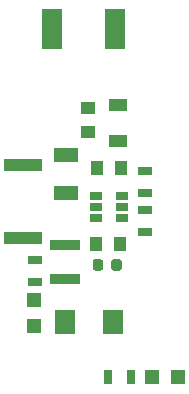
<source format=gbp>
G04 #@! TF.GenerationSoftware,KiCad,Pcbnew,(5.1.4-0-10_14)*
G04 #@! TF.CreationDate,2020-01-14T22:28:18-05:00*
G04 #@! TF.ProjectId,throttle,7468726f-7474-46c6-952e-6b696361645f,rev?*
G04 #@! TF.SameCoordinates,Original*
G04 #@! TF.FileFunction,Paste,Bot*
G04 #@! TF.FilePolarity,Positive*
%FSLAX46Y46*%
G04 Gerber Fmt 4.6, Leading zero omitted, Abs format (unit mm)*
G04 Created by KiCad (PCBNEW (5.1.4-0-10_14)) date 2020-01-14 22:28:18*
%MOMM*%
%LPD*%
G04 APERTURE LIST*
%ADD10R,1.780000X3.500000*%
%ADD11R,1.000000X1.250000*%
%ADD12C,0.100000*%
%ADD13C,0.875000*%
%ADD14R,2.500000X0.900000*%
%ADD15R,2.000000X1.200000*%
%ADD16R,1.300000X0.700000*%
%ADD17R,3.200000X1.000000*%
%ADD18R,1.060000X0.650000*%
%ADD19R,1.600000X1.000000*%
%ADD20R,1.250000X1.000000*%
%ADD21R,1.778000X2.159000*%
%ADD22R,1.200000X1.200000*%
%ADD23R,0.700000X1.300000*%
G04 APERTURE END LIST*
D10*
X124968000Y-64185800D03*
X119688000Y-64185800D03*
D11*
X125503800Y-75898300D03*
X123503800Y-75898300D03*
X123424300Y-82311800D03*
X125424300Y-82311800D03*
D12*
G36*
X123786311Y-83643793D02*
G01*
X123807546Y-83646943D01*
X123828370Y-83652159D01*
X123848582Y-83659391D01*
X123867988Y-83668570D01*
X123886401Y-83679606D01*
X123903644Y-83692394D01*
X123919550Y-83706810D01*
X123933966Y-83722716D01*
X123946754Y-83739959D01*
X123957790Y-83758372D01*
X123966969Y-83777778D01*
X123974201Y-83797990D01*
X123979417Y-83818814D01*
X123982567Y-83840049D01*
X123983620Y-83861490D01*
X123983620Y-84373990D01*
X123982567Y-84395431D01*
X123979417Y-84416666D01*
X123974201Y-84437490D01*
X123966969Y-84457702D01*
X123957790Y-84477108D01*
X123946754Y-84495521D01*
X123933966Y-84512764D01*
X123919550Y-84528670D01*
X123903644Y-84543086D01*
X123886401Y-84555874D01*
X123867988Y-84566910D01*
X123848582Y-84576089D01*
X123828370Y-84583321D01*
X123807546Y-84588537D01*
X123786311Y-84591687D01*
X123764870Y-84592740D01*
X123327370Y-84592740D01*
X123305929Y-84591687D01*
X123284694Y-84588537D01*
X123263870Y-84583321D01*
X123243658Y-84576089D01*
X123224252Y-84566910D01*
X123205839Y-84555874D01*
X123188596Y-84543086D01*
X123172690Y-84528670D01*
X123158274Y-84512764D01*
X123145486Y-84495521D01*
X123134450Y-84477108D01*
X123125271Y-84457702D01*
X123118039Y-84437490D01*
X123112823Y-84416666D01*
X123109673Y-84395431D01*
X123108620Y-84373990D01*
X123108620Y-83861490D01*
X123109673Y-83840049D01*
X123112823Y-83818814D01*
X123118039Y-83797990D01*
X123125271Y-83777778D01*
X123134450Y-83758372D01*
X123145486Y-83739959D01*
X123158274Y-83722716D01*
X123172690Y-83706810D01*
X123188596Y-83692394D01*
X123205839Y-83679606D01*
X123224252Y-83668570D01*
X123243658Y-83659391D01*
X123263870Y-83652159D01*
X123284694Y-83646943D01*
X123305929Y-83643793D01*
X123327370Y-83642740D01*
X123764870Y-83642740D01*
X123786311Y-83643793D01*
X123786311Y-83643793D01*
G37*
D13*
X123546120Y-84117740D03*
D12*
G36*
X125361311Y-83643793D02*
G01*
X125382546Y-83646943D01*
X125403370Y-83652159D01*
X125423582Y-83659391D01*
X125442988Y-83668570D01*
X125461401Y-83679606D01*
X125478644Y-83692394D01*
X125494550Y-83706810D01*
X125508966Y-83722716D01*
X125521754Y-83739959D01*
X125532790Y-83758372D01*
X125541969Y-83777778D01*
X125549201Y-83797990D01*
X125554417Y-83818814D01*
X125557567Y-83840049D01*
X125558620Y-83861490D01*
X125558620Y-84373990D01*
X125557567Y-84395431D01*
X125554417Y-84416666D01*
X125549201Y-84437490D01*
X125541969Y-84457702D01*
X125532790Y-84477108D01*
X125521754Y-84495521D01*
X125508966Y-84512764D01*
X125494550Y-84528670D01*
X125478644Y-84543086D01*
X125461401Y-84555874D01*
X125442988Y-84566910D01*
X125423582Y-84576089D01*
X125403370Y-84583321D01*
X125382546Y-84588537D01*
X125361311Y-84591687D01*
X125339870Y-84592740D01*
X124902370Y-84592740D01*
X124880929Y-84591687D01*
X124859694Y-84588537D01*
X124838870Y-84583321D01*
X124818658Y-84576089D01*
X124799252Y-84566910D01*
X124780839Y-84555874D01*
X124763596Y-84543086D01*
X124747690Y-84528670D01*
X124733274Y-84512764D01*
X124720486Y-84495521D01*
X124709450Y-84477108D01*
X124700271Y-84457702D01*
X124693039Y-84437490D01*
X124687823Y-84416666D01*
X124684673Y-84395431D01*
X124683620Y-84373990D01*
X124683620Y-83861490D01*
X124684673Y-83840049D01*
X124687823Y-83818814D01*
X124693039Y-83797990D01*
X124700271Y-83777778D01*
X124709450Y-83758372D01*
X124720486Y-83739959D01*
X124733274Y-83722716D01*
X124747690Y-83706810D01*
X124763596Y-83692394D01*
X124780839Y-83679606D01*
X124799252Y-83668570D01*
X124818658Y-83659391D01*
X124838870Y-83652159D01*
X124859694Y-83646943D01*
X124880929Y-83643793D01*
X124902370Y-83642740D01*
X125339870Y-83642740D01*
X125361311Y-83643793D01*
X125361311Y-83643793D01*
G37*
D13*
X125121120Y-84117740D03*
D14*
X120757300Y-85349300D03*
X120757300Y-82449300D03*
D15*
X120818260Y-77993400D03*
X120818260Y-74793400D03*
D16*
X127508000Y-76128800D03*
X127508000Y-78028800D03*
X127521320Y-81361880D03*
X127521320Y-79461880D03*
D17*
X117246400Y-75640000D03*
X117246400Y-81840000D03*
D18*
X125619000Y-78242500D03*
X125619000Y-79192500D03*
X125619000Y-80142500D03*
X123419000Y-80142500D03*
X123419000Y-78242500D03*
X123419000Y-79192500D03*
D19*
X125222000Y-73612000D03*
X125222000Y-70612000D03*
D20*
X122682000Y-72866000D03*
X122682000Y-70866000D03*
D21*
X124821300Y-88915800D03*
X120757300Y-88915800D03*
D22*
X128096200Y-93601800D03*
X130296200Y-93601800D03*
D23*
X124446200Y-93601800D03*
X126346200Y-93601800D03*
D22*
X118160800Y-87114200D03*
X118160800Y-89314200D03*
D16*
X118186200Y-85567600D03*
X118186200Y-83667600D03*
M02*

</source>
